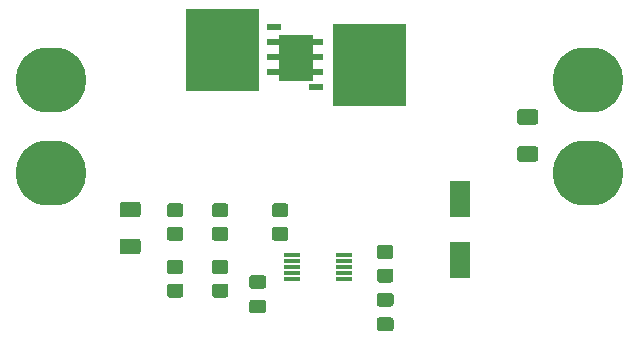
<source format=gbr>
%TF.GenerationSoftware,KiCad,Pcbnew,(5.1.9)-1*%
%TF.CreationDate,2021-09-21T17:39:54+01:00*%
%TF.ProjectId,InlinePowerpoleBOB,496e6c69-6e65-4506-9f77-6572706f6c65,rev?*%
%TF.SameCoordinates,Original*%
%TF.FileFunction,Soldermask,Top*%
%TF.FilePolarity,Negative*%
%FSLAX46Y46*%
G04 Gerber Fmt 4.6, Leading zero omitted, Abs format (unit mm)*
G04 Created by KiCad (PCBNEW (5.1.9)-1) date 2021-09-21 17:39:54*
%MOMM*%
%LPD*%
G01*
G04 APERTURE LIST*
%ADD10C,0.100000*%
%ADD11R,1.425000X0.300000*%
%ADD12R,1.800000X3.150000*%
%ADD13O,6.000000X5.500000*%
%ADD14R,3.810000X3.910000*%
%ADD15R,0.710000X0.610000*%
%ADD16R,1.270000X0.610000*%
G04 APERTURE END LIST*
D10*
G36*
X147066000Y-57404000D02*
G01*
X140970000Y-57404000D01*
X140970000Y-50546000D01*
X147066000Y-50546000D01*
X147066000Y-57404000D01*
G37*
X147066000Y-57404000D02*
X140970000Y-57404000D01*
X140970000Y-50546000D01*
X147066000Y-50546000D01*
X147066000Y-57404000D01*
G36*
X134620000Y-56134000D02*
G01*
X128524000Y-56134000D01*
X128524000Y-49276000D01*
X134620000Y-49276000D01*
X134620000Y-56134000D01*
G37*
X134620000Y-56134000D02*
X128524000Y-56134000D01*
X128524000Y-49276000D01*
X134620000Y-49276000D01*
X134620000Y-56134000D01*
G36*
X139192000Y-55245000D02*
G01*
X136398000Y-55245000D01*
X136398000Y-51435000D01*
X139192000Y-51435000D01*
X139192000Y-55245000D01*
G37*
X139192000Y-55245000D02*
X136398000Y-55245000D01*
X136398000Y-51435000D01*
X139192000Y-51435000D01*
X139192000Y-55245000D01*
D11*
%TO.C,IC1*%
X141912000Y-70120000D03*
X141912000Y-70620000D03*
X141912000Y-71120000D03*
X141912000Y-71620000D03*
X141912000Y-72120000D03*
X137488000Y-72120000D03*
X137488000Y-71620000D03*
X137488000Y-71120000D03*
X137488000Y-70620000D03*
X137488000Y-70120000D03*
%TD*%
D12*
%TO.C,C5*%
X151765000Y-70495000D03*
X151765000Y-65395000D03*
%TD*%
D13*
%TO.C,J2*%
X162560000Y-63145000D03*
X162560000Y-55245000D03*
%TD*%
%TO.C,J1*%
X117094000Y-63145000D03*
X117094000Y-55245000D03*
%TD*%
D14*
%TO.C,Q2*%
X142930000Y-53975000D03*
D15*
X145190000Y-52070000D03*
X145190000Y-53340000D03*
X145190000Y-54610000D03*
X145190000Y-55880000D03*
D16*
X139570000Y-55880000D03*
X139570000Y-54610000D03*
X139570000Y-53340000D03*
X139570000Y-52070000D03*
%TD*%
D14*
%TO.C,Q1*%
X132660000Y-52705000D03*
D15*
X130400000Y-54610000D03*
X130400000Y-53340000D03*
X130400000Y-52070000D03*
X130400000Y-50800000D03*
D16*
X136020000Y-50800000D03*
X136020000Y-52070000D03*
X136020000Y-53340000D03*
X136020000Y-54610000D03*
%TD*%
%TO.C,R6*%
G36*
G01*
X144964999Y-71250000D02*
X145865001Y-71250000D01*
G75*
G02*
X146115000Y-71499999I0J-249999D01*
G01*
X146115000Y-72200001D01*
G75*
G02*
X145865001Y-72450000I-249999J0D01*
G01*
X144964999Y-72450000D01*
G75*
G02*
X144715000Y-72200001I0J249999D01*
G01*
X144715000Y-71499999D01*
G75*
G02*
X144964999Y-71250000I249999J0D01*
G01*
G37*
G36*
G01*
X144964999Y-69250000D02*
X145865001Y-69250000D01*
G75*
G02*
X146115000Y-69499999I0J-249999D01*
G01*
X146115000Y-70200001D01*
G75*
G02*
X145865001Y-70450000I-249999J0D01*
G01*
X144964999Y-70450000D01*
G75*
G02*
X144715000Y-70200001I0J249999D01*
G01*
X144715000Y-69499999D01*
G75*
G02*
X144964999Y-69250000I249999J0D01*
G01*
G37*
%TD*%
%TO.C,R5*%
G36*
G01*
X127184999Y-67710000D02*
X128085001Y-67710000D01*
G75*
G02*
X128335000Y-67959999I0J-249999D01*
G01*
X128335000Y-68660001D01*
G75*
G02*
X128085001Y-68910000I-249999J0D01*
G01*
X127184999Y-68910000D01*
G75*
G02*
X126935000Y-68660001I0J249999D01*
G01*
X126935000Y-67959999D01*
G75*
G02*
X127184999Y-67710000I249999J0D01*
G01*
G37*
G36*
G01*
X127184999Y-65710000D02*
X128085001Y-65710000D01*
G75*
G02*
X128335000Y-65959999I0J-249999D01*
G01*
X128335000Y-66660001D01*
G75*
G02*
X128085001Y-66910000I-249999J0D01*
G01*
X127184999Y-66910000D01*
G75*
G02*
X126935000Y-66660001I0J249999D01*
G01*
X126935000Y-65959999D01*
G75*
G02*
X127184999Y-65710000I249999J0D01*
G01*
G37*
%TD*%
%TO.C,R4*%
G36*
G01*
X127184999Y-72520000D02*
X128085001Y-72520000D01*
G75*
G02*
X128335000Y-72769999I0J-249999D01*
G01*
X128335000Y-73470001D01*
G75*
G02*
X128085001Y-73720000I-249999J0D01*
G01*
X127184999Y-73720000D01*
G75*
G02*
X126935000Y-73470001I0J249999D01*
G01*
X126935000Y-72769999D01*
G75*
G02*
X127184999Y-72520000I249999J0D01*
G01*
G37*
G36*
G01*
X127184999Y-70520000D02*
X128085001Y-70520000D01*
G75*
G02*
X128335000Y-70769999I0J-249999D01*
G01*
X128335000Y-71470001D01*
G75*
G02*
X128085001Y-71720000I-249999J0D01*
G01*
X127184999Y-71720000D01*
G75*
G02*
X126935000Y-71470001I0J249999D01*
G01*
X126935000Y-70769999D01*
G75*
G02*
X127184999Y-70520000I249999J0D01*
G01*
G37*
%TD*%
%TO.C,R3*%
G36*
G01*
X130994999Y-67710000D02*
X131895001Y-67710000D01*
G75*
G02*
X132145000Y-67959999I0J-249999D01*
G01*
X132145000Y-68660001D01*
G75*
G02*
X131895001Y-68910000I-249999J0D01*
G01*
X130994999Y-68910000D01*
G75*
G02*
X130745000Y-68660001I0J249999D01*
G01*
X130745000Y-67959999D01*
G75*
G02*
X130994999Y-67710000I249999J0D01*
G01*
G37*
G36*
G01*
X130994999Y-65710000D02*
X131895001Y-65710000D01*
G75*
G02*
X132145000Y-65959999I0J-249999D01*
G01*
X132145000Y-66660001D01*
G75*
G02*
X131895001Y-66910000I-249999J0D01*
G01*
X130994999Y-66910000D01*
G75*
G02*
X130745000Y-66660001I0J249999D01*
G01*
X130745000Y-65959999D01*
G75*
G02*
X130994999Y-65710000I249999J0D01*
G01*
G37*
%TD*%
%TO.C,R2*%
G36*
G01*
X130994999Y-72520000D02*
X131895001Y-72520000D01*
G75*
G02*
X132145000Y-72769999I0J-249999D01*
G01*
X132145000Y-73470001D01*
G75*
G02*
X131895001Y-73720000I-249999J0D01*
G01*
X130994999Y-73720000D01*
G75*
G02*
X130745000Y-73470001I0J249999D01*
G01*
X130745000Y-72769999D01*
G75*
G02*
X130994999Y-72520000I249999J0D01*
G01*
G37*
G36*
G01*
X130994999Y-70520000D02*
X131895001Y-70520000D01*
G75*
G02*
X132145000Y-70769999I0J-249999D01*
G01*
X132145000Y-71470001D01*
G75*
G02*
X131895001Y-71720000I-249999J0D01*
G01*
X130994999Y-71720000D01*
G75*
G02*
X130745000Y-71470001I0J249999D01*
G01*
X130745000Y-70769999D01*
G75*
G02*
X130994999Y-70520000I249999J0D01*
G01*
G37*
%TD*%
%TO.C,R1*%
G36*
G01*
X136074999Y-67710000D02*
X136975001Y-67710000D01*
G75*
G02*
X137225000Y-67959999I0J-249999D01*
G01*
X137225000Y-68660001D01*
G75*
G02*
X136975001Y-68910000I-249999J0D01*
G01*
X136074999Y-68910000D01*
G75*
G02*
X135825000Y-68660001I0J249999D01*
G01*
X135825000Y-67959999D01*
G75*
G02*
X136074999Y-67710000I249999J0D01*
G01*
G37*
G36*
G01*
X136074999Y-65710000D02*
X136975001Y-65710000D01*
G75*
G02*
X137225000Y-65959999I0J-249999D01*
G01*
X137225000Y-66660001D01*
G75*
G02*
X136975001Y-66910000I-249999J0D01*
G01*
X136074999Y-66910000D01*
G75*
G02*
X135825000Y-66660001I0J249999D01*
G01*
X135825000Y-65959999D01*
G75*
G02*
X136074999Y-65710000I249999J0D01*
G01*
G37*
%TD*%
%TO.C,C4*%
G36*
G01*
X144940000Y-75380000D02*
X145890000Y-75380000D01*
G75*
G02*
X146140000Y-75630000I0J-250000D01*
G01*
X146140000Y-76305000D01*
G75*
G02*
X145890000Y-76555000I-250000J0D01*
G01*
X144940000Y-76555000D01*
G75*
G02*
X144690000Y-76305000I0J250000D01*
G01*
X144690000Y-75630000D01*
G75*
G02*
X144940000Y-75380000I250000J0D01*
G01*
G37*
G36*
G01*
X144940000Y-73305000D02*
X145890000Y-73305000D01*
G75*
G02*
X146140000Y-73555000I0J-250000D01*
G01*
X146140000Y-74230000D01*
G75*
G02*
X145890000Y-74480000I-250000J0D01*
G01*
X144940000Y-74480000D01*
G75*
G02*
X144690000Y-74230000I0J250000D01*
G01*
X144690000Y-73555000D01*
G75*
G02*
X144940000Y-73305000I250000J0D01*
G01*
G37*
%TD*%
%TO.C,C3*%
G36*
G01*
X156829998Y-60882500D02*
X158130002Y-60882500D01*
G75*
G02*
X158380000Y-61132498I0J-249998D01*
G01*
X158380000Y-61957502D01*
G75*
G02*
X158130002Y-62207500I-249998J0D01*
G01*
X156829998Y-62207500D01*
G75*
G02*
X156580000Y-61957502I0J249998D01*
G01*
X156580000Y-61132498D01*
G75*
G02*
X156829998Y-60882500I249998J0D01*
G01*
G37*
G36*
G01*
X156829998Y-57757500D02*
X158130002Y-57757500D01*
G75*
G02*
X158380000Y-58007498I0J-249998D01*
G01*
X158380000Y-58832502D01*
G75*
G02*
X158130002Y-59082500I-249998J0D01*
G01*
X156829998Y-59082500D01*
G75*
G02*
X156580000Y-58832502I0J249998D01*
G01*
X156580000Y-58007498D01*
G75*
G02*
X156829998Y-57757500I249998J0D01*
G01*
G37*
%TD*%
%TO.C,C2*%
G36*
G01*
X123174998Y-68718000D02*
X124475002Y-68718000D01*
G75*
G02*
X124725000Y-68967998I0J-249998D01*
G01*
X124725000Y-69793002D01*
G75*
G02*
X124475002Y-70043000I-249998J0D01*
G01*
X123174998Y-70043000D01*
G75*
G02*
X122925000Y-69793002I0J249998D01*
G01*
X122925000Y-68967998D01*
G75*
G02*
X123174998Y-68718000I249998J0D01*
G01*
G37*
G36*
G01*
X123174998Y-65593000D02*
X124475002Y-65593000D01*
G75*
G02*
X124725000Y-65842998I0J-249998D01*
G01*
X124725000Y-66668002D01*
G75*
G02*
X124475002Y-66918000I-249998J0D01*
G01*
X123174998Y-66918000D01*
G75*
G02*
X122925000Y-66668002I0J249998D01*
G01*
X122925000Y-65842998D01*
G75*
G02*
X123174998Y-65593000I249998J0D01*
G01*
G37*
%TD*%
%TO.C,C1*%
G36*
G01*
X134145000Y-73877500D02*
X135095000Y-73877500D01*
G75*
G02*
X135345000Y-74127500I0J-250000D01*
G01*
X135345000Y-74802500D01*
G75*
G02*
X135095000Y-75052500I-250000J0D01*
G01*
X134145000Y-75052500D01*
G75*
G02*
X133895000Y-74802500I0J250000D01*
G01*
X133895000Y-74127500D01*
G75*
G02*
X134145000Y-73877500I250000J0D01*
G01*
G37*
G36*
G01*
X134145000Y-71802500D02*
X135095000Y-71802500D01*
G75*
G02*
X135345000Y-72052500I0J-250000D01*
G01*
X135345000Y-72727500D01*
G75*
G02*
X135095000Y-72977500I-250000J0D01*
G01*
X134145000Y-72977500D01*
G75*
G02*
X133895000Y-72727500I0J250000D01*
G01*
X133895000Y-72052500D01*
G75*
G02*
X134145000Y-71802500I250000J0D01*
G01*
G37*
%TD*%
M02*

</source>
